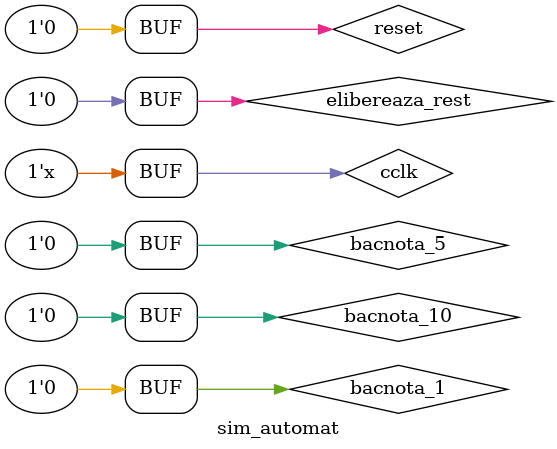
<source format=v>
`timescale 1ns / 1ps


module sim_automat();
    reg cclk, reset, bacnota_1, bacnota_5, bacnota_10, elibereaza_rest;
    wire sticla, rest_1, rest_5;
    
    automat aut(cclk, reset, bacnota_1, bacnota_5, bacnota_10, elibereaza_rest, sticla, rest_1, rest_5);
    
    initial
    begin
        reset = 1; cclk = 0; bacnota_1 = 0; bacnota_5 = 0; bacnota_10 = 0; elibereaza_rest = 0;
        #10 reset = 0; bacnota_1 = 0; bacnota_5 = 0; bacnota_10 = 1; elibereaza_rest = 0;
        #10 bacnota_1 = 0; bacnota_5 = 0; bacnota_10 = 0; elibereaza_rest = 0;
        
        #10 bacnota_1 = 0; bacnota_5 = 1; bacnota_10 = 0; elibereaza_rest = 0;//sticla si rest 2 lei
        #10 bacnota_1 = 0; bacnota_5 = 0; bacnota_10 = 0; elibereaza_rest = 0;
        
        #10 bacnota_1 = 0; bacnota_5 = 0; bacnota_10 = 0; elibereaza_rest = 1;
        #10 bacnota_1 = 0; bacnota_5 = 0; bacnota_10 = 0; elibereaza_rest = 0;
        
        #10 bacnota_1 = 1; bacnota_5 = 0; bacnota_10 = 0; elibereaza_rest = 0;
        #10 bacnota_1 = 1; bacnota_5 = 0; bacnota_10 = 0; elibereaza_rest = 0;
        #10 bacnota_1 = 0; bacnota_5 = 0; bacnota_10 = 0; elibereaza_rest = 1;
        #10 bacnota_1 = 0; bacnota_5 = 0; bacnota_10 = 0; elibereaza_rest = 0;
        
        #10 bacnota_1 = 1; bacnota_5 = 0; bacnota_10 = 0; elibereaza_rest = 0;
        #10 bacnota_1 = 0; bacnota_5 = 0; bacnota_10 = 0; elibereaza_rest = 1;
        #10 bacnota_1 = 0; bacnota_5 = 0; bacnota_10 = 0; elibereaza_rest = 0;
        
        #10 bacnota_1 = 1; bacnota_5 = 0; bacnota_10 = 0; elibereaza_rest = 0;
        #10 bacnota_1 = 1; bacnota_5 = 0; bacnota_10 = 0; elibereaza_rest = 0;
        #10 bacnota_1 = 1; bacnota_5 = 0; bacnota_10 = 0; elibereaza_rest = 0;
        #10 bacnota_1 = 0; bacnota_5 = 0; bacnota_10 = 0; elibereaza_rest = 0;
    end
    
    always
    begin
        #5 cclk = !cclk;
    end
endmodule

</source>
